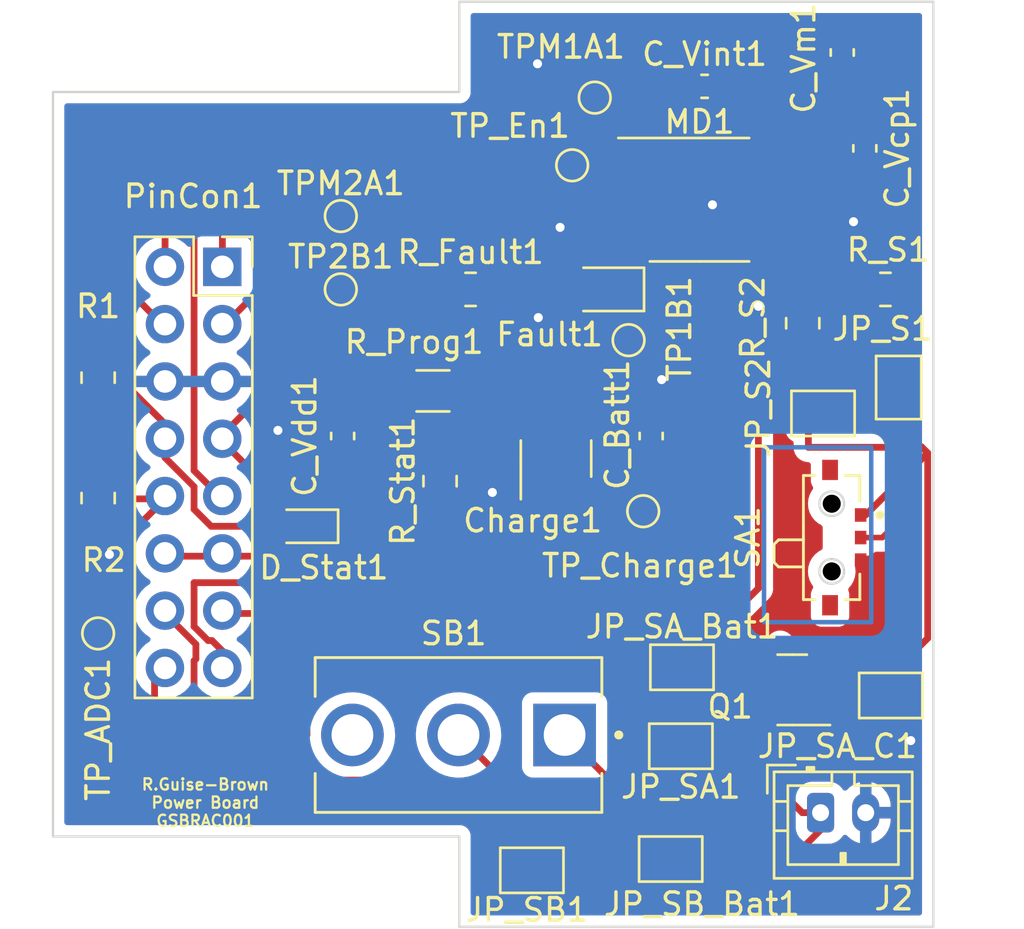
<source format=kicad_pcb>
(kicad_pcb (version 20211014) (generator pcbnew)
  (layers (0 "F.Cu" signal) (31 "B.Cu" signal) (34 "B.Paste" user) (35 "F.Paste" user) (36 "B.SilkS" user "B.Silkscreen") (37 "F.SilkS" user "F.Silkscreen") (38 "B.Mask" user) (39 "F.Mask" user) (44 "Edge.Cuts" user))
  (net 0 "")
  (net 1 "BATT_1")
  (net 2 "GND")
  (net 3 "Net-(C_Vcp1-Pad2)")
  (net 4 "5V_1")
  (net 5 "Net-(C_Vint1-Pad2)")
  (net 6 "VM")
  (net 7 "Net-(D_Stat1-Pad1)")
  (net 8 "Net-(Fault1-Pad2)")
  (net 9 "/S")
  (net 10 "Net-(J2-Pad1)")
  (net 11 "Net-(JP_S1-Pad1)")
  (net 12 "Motor2_A")
  (net 13 "PC6-9 PWM1")
  (net 14 "Motor2_B")
  (net 15 "PC6-9 PWM2")
  (net 16 "Reserve")
  (net 17 "BATT_ADC")
  (net 18 "Motor1_A")
  (net 19 "PC6-9 PWM3")
  (net 20 "Motor1_B")
  (net 21 "PC6-9 PWM4")
  (net 22 "/G")
  (net 23 "Net-(MD1-Pad8)")
  (net 24 "Net-(Charge1-Pad1)")
  (net 25 "Net-(Charge1-Pad5)")
  (net 26 "Net-(JP_S1-Pad2)")
  (net 27 "Net-(JP_S2-Pad2)")
  (net 28 "/D")
  (net 29 "Net-(JP_SB1-Pad2)")
  (net 30 "Net-(JP_SB_Bat1-Pad2)")
  (footprint "LED_SMD:LED_0805_2012Metric" (layer "F.Cu") (at 110.5 75.25 180)
    (fp_text reference "Fault1" (at 2.5 -2) (layer "F.SilkS"))
    (fp_text value "LED_Green")
    (pad "1" smd roundrect (at -0.9375 0 180) (size 0.975 1.4) (layers "F.Cu" "F.Paste" "F.Mask") (net 2 "GND"))
    (pad "2" smd roundrect (at 0.9375 0 180) (size 0.975 1.4) (layers "F.Cu" "F.Paste" "F.Mask") (net 8 "Net-(Fault1-Pad2)"))
  )
  (footprint "Capacitor_SMD:C_0603_1608Metric" (layer "F.Cu") (at 120.965 64.75 90)
    (fp_text reference "C_Vm1" (at -0.25 -1.715 90) (layer "F.SilkS"))
    (fp_text value "10uF")
    (pad "1" smd roundrect (at -0.775 0 90) (size 0.9 0.95) (layers "F.Cu" "F.Paste" "F.Mask") (net 6 "VM"))
    (pad "2" smd roundrect (at 0.775 0 90) (size 0.9 0.95) (layers "F.Cu" "F.Paste" "F.Mask") (net 2 "GND"))
  )
  (footprint "LED_SMD:LED_0603_1608Metric" (layer "F.Cu") (at 97.147141 85.75 180)
    (fp_text reference "D_Stat1" (at -0.852859 -1.8325) (layer "F.SilkS"))
    (fp_text value "LED_Red")
    (pad "1" smd roundrect (at -0.7875 0 180) (size 0.875 0.95) (layers "F.Cu" "F.Paste" "F.Mask") (net 7 "Net-(D_Stat1-Pad1)"))
    (pad "2" smd roundrect (at 0.7875 0 180) (size 0.875 0.95) (layers "F.Cu" "F.Paste" "F.Mask") (net 4 "5V_1"))
  )
  (footprint "Resistor_SMD:R_0805_2012Metric" (layer "F.Cu") (at 119.215 76.75 90)
    (fp_text reference "R_S2" (at 0.25 -2.215 270) (layer "F.SilkS"))
    (fp_text value "100R")
    (pad "1" smd roundrect (at -0.9125 0 90) (size 1.025 1.4) (layers "F.Cu" "F.Paste" "F.Mask") (roundrect_rratio 0.243902439) (net 2 "GND"))
    (pad "2" smd roundrect (at 0.9125 0 90) (size 1.025 1.4) (layers "F.Cu" "F.Paste" "F.Mask") (roundrect_rratio 0.243902439) (net 27 "Net-(JP_S2-Pad2)"))
  )
  (footprint "Resistor_SMD:R_1206_3216Metric" (layer "F.Cu") (at 102.832859 79.75 180)
    (fp_text reference "R_Prog1" (at 0.832859 2.1675) (layer "F.SilkS"))
    (fp_text value "2k")
    (pad "1" smd roundrect (at -1.4625 0 180) (size 1.125 1.75) (layers "F.Cu" "F.Paste" "F.Mask") (roundrect_rratio 0.2222222222) (net 25 "Net-(Charge1-Pad5)"))
    (pad "2" smd roundrect (at 1.4625 0 180) (size 1.125 1.75) (layers "F.Cu" "F.Paste" "F.Mask") (roundrect_rratio 0.2222222222) (net 2 "GND"))
  )
  (footprint "Resistor_SMD:R_0805_2012Metric" (layer "F.Cu") (at 104.5 75.25)
    (fp_text reference "R_Fault1" (at 0 -1.65) (layer "F.SilkS"))
    (fp_text value "100R")
    (pad "1" smd roundrect (at -0.9125 0) (size 1.025 1.4) (layers "F.Cu" "F.Paste" "F.Mask") (roundrect_rratio 0.243902439) (net 23 "Net-(MD1-Pad8)"))
    (pad "2" smd roundrect (at 0.9125 0) (size 1.025 1.4) (layers "F.Cu" "F.Paste" "F.Mask") (roundrect_rratio 0.243902439) (net 8 "Net-(Fault1-Pad2)"))
  )
  (footprint "Package_TO_SOT_SMD:SOT-23" (layer "F.Cu") (at 118.75 93 180)
    (fp_text reference "Q1" (at 2.75 -0.75) (layer "F.SilkS"))
    (fp_text value "Si2319CDS")
    (pad "1" smd roundrect (at -0.9375 -0.95 180) (size 1.475 0.6) (layers "F.Cu" "F.Paste" "F.Mask") (net 22 "/G"))
    (pad "2" smd roundrect (at -0.9375 0.95 180) (size 1.475 0.6) (layers "F.Cu" "F.Paste" "F.Mask") (net 9 "/S"))
    (pad "3" smd roundrect (at 0.9375 0 180) (size 1.475 0.6) (layers "F.Cu" "F.Paste" "F.Mask") (net 28 "/D"))
  )
  (footprint "Connector_PinSocket_2.54mm:PinSocket_2x08_P2.54mm_Vertical" (layer "F.Cu") (at 93.5 74.25)
    (fp_text reference "PinCon1" (at -1.29 -3.125) (layer "F.SilkS"))
    (fp_text value "Conn_02x08_Odd_Even")
    (pad "1" thru_hole rect (at 0 0) (size 1.7 1.7) (drill 1) (layers *.Cu *.Mask) (net 12 "Motor2_A"))
    (pad "2" thru_hole oval (at -2.54 0) (size 1.7 1.7) (drill 1) (layers *.Cu *.Mask) (net 13 "PC6-9 PWM1"))
    (pad "3" thru_hole oval (at 0 2.54) (size 1.7 1.7) (drill 1) (layers *.Cu *.Mask) (net 14 "Motor2_B"))
    (pad "4" thru_hole oval (at -2.54 2.54) (size 1.7 1.7) (drill 1) (layers *.Cu *.Mask) (net 15 "PC6-9 PWM2"))
    (pad "5" thru_hole oval (at 0 5.08) (size 1.7 1.7) (drill 1) (layers *.Cu *.Mask) (net 2 "GND"))
    (pad "6" thru_hole oval (at -2.54 5.08) (size 1.7 1.7) (drill 1) (layers *.Cu *.Mask) (net 2 "GND"))
    (pad "7" thru_hole oval (at 0 7.62) (size 1.7 1.7) (drill 1) (layers *.Cu *.Mask) (net 1 "BATT_1"))
    (pad "8" thru_hole oval (at -2.54 7.62) (size 1.7 1.7) (drill 1) (layers *.Cu *.Mask) (net 1 "BATT_1"))
    (pad "9" thru_hole oval (at 0 10.16) (size 1.7 1.7) (drill 1) (layers *.Cu *.Mask) (net 16 "Reserve"))
    (pad "10" thru_hole oval (at -2.54 10.16) (size 1.7 1.7) (drill 1) (layers *.Cu *.Mask) (net 17 "BATT_ADC"))
    (pad "11" thru_hole oval (at 0 12.7) (size 1.7 1.7) (drill 1) (layers *.Cu *.Mask) (net 4 "5V_1"))
    (pad "12" thru_hole oval (at -2.54 12.7) (size 1.7 1.7) (drill 1) (layers *.Cu *.Mask) (net 4 "5V_1"))
    (pad "13" thru_hole oval (at 0 15.24) (size 1.7 1.7) (drill 1) (layers *.Cu *.Mask) (net 18 "Motor1_A"))
    (pad "14" thru_hole oval (at -2.54 15.24) (size 1.7 1.7) (drill 1) (layers *.Cu *.Mask) (net 19 "PC6-9 PWM3"))
    (pad "15" thru_hole oval (at 0 17.78) (size 1.7 1.7) (drill 1) (layers *.Cu *.Mask) (net 20 "Motor1_B"))
    (pad "16" thru_hole oval (at -2.54 17.78) (size 1.7 1.7) (drill 1) (layers *.Cu *.Mask) (net 21 "PC6-9 PWM4"))
  )
  (footprint "Jumper:SolderJumper-2_P1.3mm_Open_Pad1.0x1.5mm" (layer "F.Cu") (at 123.115 93.25 180)
    (fp_text reference "JP_SA_C1" (at 2.365 -2.25) (layer "F.SilkS"))
    (fp_text value "Jumper_2_Open")
    (pad "1" smd rect (at -0.65 0 180) (size 1 1.5) (layers "F.Cu" "F.Mask") (net 11 "Net-(JP_S1-Pad1)"))
    (pad "2" smd rect (at 0.65 0 180) (size 1 1.5) (layers "F.Cu" "F.Mask") (net 9 "/S"))
  )
  (footprint "Connector_JST:JST_PH_B2B-PH-K_1x02_P2.00mm_Vertical" (layer "F.Cu") (at 120.005 98.445)
    (fp_text reference "J2" (at 3.245 3.805) (layer "F.SilkS"))
    (fp_text value "Conn_01x02")
    (pad "1" thru_hole roundrect (at 0 0) (size 1.2 1.75) (drill 0.75) (layers *.Cu *.Mask) (roundrect_rratio 0.2083333333) (net 10 "Net-(J2-Pad1)"))
    (pad "2" thru_hole oval (at 2 0) (size 1.2 1.75) (drill 0.75) (layers *.Cu *.Mask) (net 2 "GND"))
  )
  (footprint "Resistor_SMD:R_0805_2012Metric" (layer "F.Cu") (at 122.8775 75.25 180)
    (fp_text reference "R_S1" (at -0.1225 1.75) (layer "F.SilkS"))
    (fp_text value "1.2kR")
    (pad "1" smd roundrect (at -0.9125 0 180) (size 1.025 1.4) (layers "F.Cu" "F.Paste" "F.Mask") (roundrect_rratio 0.243902439) (net 26 "Net-(JP_S1-Pad2)"))
    (pad "2" smd roundrect (at 0.9125 0 180) (size 1.025 1.4) (layers "F.Cu" "F.Paste" "F.Mask") (roundrect_rratio 0.243902439) (net 2 "GND"))
  )
  (footprint "Jumper:SolderJumper-2_P1.3mm_Open_Pad1.0x1.5mm" (layer "F.Cu") (at 113.815 95.5 180)
    (fp_text reference "JP_SA1" (at 0 -1.8) (layer "F.SilkS"))
    (fp_text value "Jumper_2_Open")
    (pad "1" smd rect (at -0.65 0 180) (size 1 1.5) (layers "F.Cu" "F.Mask") (net 10 "Net-(J2-Pad1)"))
    (pad "2" smd rect (at 0.65 0 180) (size 1 1.5) (layers "F.Cu" "F.Mask") (net 9 "/S"))
  )
  (footprint "TestPoint:TestPoint_Pad_D1.0mm" (layer "F.Cu") (at 109 69.75)
    (fp_text reference "TP_En1" (at -2.75 -1.745) (layer "F.SilkS"))
    (fp_text value "TestPoint")
    (pad "1" smd circle (at 0 0) (size 1 1) (layers "F.Cu" "F.Mask") (net 16 "Reserve"))
  )
  (footprint "Jumper:SolderJumper-2_P1.3mm_Open_Pad1.0x1.5mm" (layer "F.Cu") (at 123.465 79.6 90)
    (fp_text reference "JP_S1" (at 2.6 -0.715 180) (layer "F.SilkS"))
    (fp_text value "Jumper_2_Open")
    (pad "1" smd rect (at -0.65 0 90) (size 1 1.5) (layers "F.Cu" "F.Mask") (net 11 "Net-(JP_S1-Pad1)"))
    (pad "2" smd rect (at 0.65 0 90) (size 1 1.5) (layers "F.Cu" "F.Mask") (net 26 "Net-(JP_S1-Pad2)"))
  )
  (footprint "Jumper:SolderJumper-2_P1.3mm_Open_Pad1.0x1.5mm" (layer "F.Cu") (at 113.865 92)
    (fp_text reference "JP_SA_Bat1" (at 0 -1.8) (layer "F.SilkS"))
    (fp_text value "Jumper_2_Open")
    (pad "1" smd rect (at -0.65 0) (size 1 1.5) (layers "F.Cu" "F.Mask") (net 28 "/D"))
    (pad "2" smd rect (at 0.65 0) (size 1 1.5) (layers "F.Cu" "F.Mask") (net 1 "BATT_1"))
  )
  (footprint "TestPoint:TestPoint_Pad_D1.0mm" (layer "F.Cu") (at 110 66.75)
    (fp_text reference "TPM1A1" (at -1.5 -2.25) (layer "F.SilkS"))
    (fp_text value "TestPoint")
    (pad "1" smd circle (at 0 0) (size 1 1) (layers "F.Cu" "F.Mask") (net 18 "Motor1_A"))
  )
  (footprint "TestPoint:TestPoint_Pad_D1.0mm" (layer "F.Cu") (at 98.75 72)
    (fp_text reference "TPM2A1" (at 0 -1.448) (layer "F.SilkS"))
    (fp_text value "TestPoint")
    (pad "1" smd circle (at 0 0) (size 1 1) (layers "F.Cu" "F.Mask") (net 12 "Motor2_A"))
  )
  (footprint "Resistor_SMD:R_0805_2012Metric" (layer "F.Cu") (at 88 79.1625 -90)
    (fp_text reference "R1" (at -3.1625 0 180) (layer "F.SilkS"))
    (fp_text value "1.2kR")
    (pad "1" smd roundrect (at -0.9125 0 270) (size 1.025 1.4) (layers "F.Cu" "F.Paste" "F.Mask") (roundrect_rratio 0.243902439) (net 1 "BATT_1"))
    (pad "2" smd roundrect (at 0.9125 0 270) (size 1.025 1.4) (layers "F.Cu" "F.Paste" "F.Mask") (roundrect_rratio 0.243902439) (net 17 "BATT_ADC"))
  )
  (footprint "Resistor_SMD:R_0805_2012Metric" (layer "F.Cu") (at 103.147141 83.75 90)
    (fp_text reference "R_Stat1" (at 0 -1.65 90) (layer "F.SilkS"))
    (fp_text value "470R")
    (pad "1" smd roundrect (at -0.9125 0 90) (size 1.025 1.4) (layers "F.Cu" "F.Paste" "F.Mask") (roundrect_rratio 0.243902439) (net 7 "Net-(D_Stat1-Pad1)"))
    (pad "2" smd roundrect (at 0.9125 0 90) (size 1.025 1.4) (layers "F.Cu" "F.Paste" "F.Mask") (roundrect_rratio 0.243902439) (net 24 "Net-(Charge1-Pad1)"))
  )
  (footprint "TestPoint:TestPoint_Pad_D1.0mm" (layer "F.Cu") (at 112.147141 85.0825)
    (fp_text reference "TP_Charge1" (at -0.147141 2.4175) (layer "F.SilkS"))
    (fp_text value "TestPoint")
    (pad "1" smd circle (at 0 0) (size 1 1) (layers "F.Cu" "F.Mask") (net 1 "BATT_1"))
  )
  (footprint "Capacitor_SMD:C_0603_1608Metric" (layer "F.Cu") (at 121.965 69 -90)
    (fp_text reference "C_Vcp1" (at 0 -1.43 90) (layer "F.SilkS"))
    (fp_text value "10nF")
    (pad "1" smd roundrect (at -0.775 0 270) (size 0.9 0.95) (layers "F.Cu" "F.Paste" "F.Mask") (net 2 "GND"))
    (pad "2" smd roundrect (at 0.775 0 270) (size 0.9 0.95) (layers "F.Cu" "F.Paste" "F.Mask") (net 3 "Net-(C_Vcp1-Pad2)"))
  )
  (footprint "Jumper:SolderJumper-2_P1.3mm_Open_Pad1.0x1.5mm" (layer "F.Cu") (at 113.365 100.5 180)
    (fp_text reference "JP_SB_Bat1" (at -1.385 -2) (layer "F.SilkS"))
    (fp_text value "Jumper_2_Open")
    (pad "1" smd rect (at -0.65 0 180) (size 1 1.5) (layers "F.Cu" "F.Mask") (net 1 "BATT_1"))
    (pad "2" smd rect (at 0.65 0 180) (size 1 1.5) (layers "F.Cu" "F.Mask") (net 30 "Net-(JP_SB_Bat1-Pad2)"))
  )
  (footprint "Resistor_SMD:R_0805_2012Metric" (layer "F.Cu") (at 88 84.5 -90)
    (fp_text reference "R2" (at 2.75 -0.25 180) (layer "F.SilkS"))
    (fp_text value "3.0kR")
    (pad "1" smd roundrect (at -0.9125 0 270) (size 1.025 1.4) (layers "F.Cu" "F.Paste" "F.Mask") (roundrect_rratio 0.243902439) (net 17 "BATT_ADC"))
    (pad "2" smd roundrect (at 0.9125 0 270) (size 1.025 1.4) (layers "F.Cu" "F.Paste" "F.Mask") (roundrect_rratio 0.243902439) (net 2 "GND"))
  )
  (footprint "SSAJ110100:SW_SSAJ110100" (layer "F.Cu") (at 120.5 86.25 -90)
    (fp_text reference "SA1" (at 0 3.715 90) (layer "F.SilkS"))
    (fp_text value "SSAJ110100")
    (pad "" np_thru_hole circle (at -1.5 0 270) (size 0.8 0.8) (drill 0.8) (layers *.Mask))
    (pad "" np_thru_hole circle locked (at 1.5 0 270) (size 0.8 0.8) (drill 0.8) (layers *.Mask))
    (pad "1" smd rect locked (at -1 -1.28 270) (size 0.6 0.51) (layers "F.Cu" "F.Paste" "F.Mask") (net 11 "Net-(JP_S1-Pad1)"))
    (pad "2" smd rect locked (at 1 -1.28 270) (size 0.6 0.51) (layers "F.Cu" "F.Paste" "F.Mask") (net 2 "GND"))
    (pad "C" smd rect locked (at 0 -1.28 270) (size 0.6 0.51) (layers "F.Cu" "F.Paste" "F.Mask") (net 22 "/G"))
    (pad "S1" smd rect locked (at 3 0.075 270) (size 0.9 0.7) (layers "F.Cu" "F.Paste" "F.Mask"))
    (pad "S2" smd rect locked (at -3 0.075 270) (size 0.9 0.7) (layers "F.Cu" "F.Paste" "F.Mask"))
    (zone (net 0) (net_name "") (layer "F.Cu") (connect_pads (clearance 0)) (min_thickness 0.01)
      (keepout (tracks not_allowed) (vias not_allowed) (pads not_allowed) (copperpour not_allowed) (footprints allowed))
      (fill (thermal_gap 0.508) (thermal_bridge_width 0.508))
      (polygon (pts (xy 121.525 84.79745) (xy 121.525 87.8) (xy 120.1 87.8) (xy 120.1 84.79745)))
    )
  )
  (footprint "TestPoint:TestPoint_Pad_D1.0mm" (layer "F.Cu") (at 111.5 77.5)
    (fp_text reference "TP1B1" (at 2.25 -0.5 90) (layer "F.SilkS"))
    (fp_text value "TestPoint")
    (pad "1" smd circle (at 0 0) (size 1 1) (layers "F.Cu" "F.Mask") (net 20 "Motor1_B"))
  )
  (footprint "Package_TO_SOT_SMD:SOT-23-5" (layer "F.Cu") (at 108.284641 82.75 90)
    (fp_text reference "Charge1" (at -2.75 -1.034641 180) (layer "F.SilkS"))
    (fp_text value "MCP73831-2-OT")
    (pad "1" smd roundrect (at -1.1375 -0.95 90) (size 1.325 0.6) (layers "F.Cu" "F.Paste" "F.Mask") (net 24 "Net-(Charge1-Pad1)"))
    (pad "2" smd roundrect (at -1.1375 0 90) (size 1.325 0.6) (layers "F.Cu" "F.Paste" "F.Mask") (net 2 "GND"))
    (pad "3" smd roundrect (at -1.1375 0.95 90) (size 1.325 0.6) (layers "F.Cu" "F.Paste" "F.Mask") (net 1 "BATT_1"))
    (pad "4" smd roundrect (at 1.1375 0.95 90) (size 1.325 0.6) (layers "F.Cu" "F.Paste" "F.Mask") (net 4 "5V_1"))
    (pad "5" smd roundrect (at 1.1375 -0.95 90) (size 1.325 0.6) (layers "F.Cu" "F.Paste" "F.Mask") (net 25 "Net-(Charge1-Pad5)"))
  )
  (footprint "Package_SO:TSSOP-16_4.4x5mm_P0.65mm" (layer "F.Cu") (at 114.6425 71.275)
    (fp_text reference "MD1" (at 0 -3.45) (layer "F.SilkS"))
    (fp_text value "DRV8833PW")
    (pad "1" smd roundrect (at -2.8625 -2.275) (size 1.475 0.4) (layers "F.Cu" "F.Paste" "F.Mask") (net 16 "Reserve"))
    (pad "2" smd roundrect (at -2.8625 -1.625) (size 1.475 0.4) (layers "F.Cu" "F.Paste" "F.Mask") (net 18 "Motor1_A"))
    (pad "3" smd roundrect (at -2.8625 -0.975) (size 1.475 0.4) (layers "F.Cu" "F.Paste" "F.Mask") (net 2 "GND"))
    (pad "4" smd roundrect (at -2.8625 -0.325) (size 1.475 0.4) (layers "F.Cu" "F.Paste" "F.Mask") (net 12 "Motor2_A"))
    (pad "5" smd roundrect (at -2.8625 0.325) (size 1.475 0.4) (layers "F.Cu" "F.Paste" "F.Mask") (net 14 "Motor2_B"))
    (pad "6" smd roundrect (at -2.8625 0.975) (size 1.475 0.4) (layers "F.Cu" "F.Paste" "F.Mask") (net 2 "GND"))
    (pad "7" smd roundrect (at -2.8625 1.625) (size 1.475 0.4) (layers "F.Cu" "F.Paste" "F.Mask") (net 20 "Motor1_B"))
    (pad "8" smd roundrect (at -2.8625 2.275) (size 1.475 0.4) (layers "F.Cu" "F.Paste" "F.Mask") (net 23 "Net-(MD1-Pad8)"))
    (pad "9" smd roundrect (at 2.8625 2.275) (size 1.475 0.4) (layers "F.Cu" "F.Paste" "F.Mask") (net 19 "PC6-9 PWM3"))
    (pad "10" smd roundrect (at 2.8625 1.625) (size 1.475 0.4) (layers "F.Cu" "F.Paste" "F.Mask") (net 21 "PC6-9 PWM4"))
    (pad "11" smd roundrect (at 2.8625 0.975) (size 1.475 0.4) (layers "F.Cu" "F.Paste" "F.Mask") (net 3 "Net-(C_Vcp1-Pad2)"))
    (pad "12" smd roundrect (at 2.8625 0.325) (size 1.475 0.4) (layers "F.Cu" "F.Paste" "F.Mask") (net 6 "VM"))
    (pad "13" smd roundrect (at 2.8625 -0.325) (size 1.475 0.4) (layers "F.Cu" "F.Paste" "F.Mask") (net 2 "GND"))
    (pad "14" smd roundrect (at 2.8625 -0.975) (size 1.475 0.4) (layers "F.Cu" "F.Paste" "F.Mask") (net 5 "Net-(C_Vint1-Pad2)"))
    (pad "15" smd roundrect (at 2.8625 -1.625) (size 1.475 0.4) (layers "F.Cu" "F.Paste" "F.Mask") (net 15 "PC6-9 PWM2"))
    (pad "16" smd roundrect (at 2.8625 -2.275) (size 1.475 0.4) (layers "F.Cu" "F.Paste" "F.Mask") (net 13 "PC6-9 PWM1"))
  )
  (footprint "Capacitor_SMD:C_0603_1608Metric" (layer "F.Cu") (at 112.5 81.75 90)
    (fp_text reference "C_Batt1" (at 0.5 -1.5 90) (layer "F.SilkS"))
    (fp_text value "4.7uF")
    (pad "1" smd roundrect (at -0.775 0 90) (size 0.9 0.95) (layers "F.Cu" "F.Paste" "F.Mask") (net 1 "BATT_1"))
    (pad "2" smd roundrect (at 0.775 0 90) (size 0.9 0.95) (layers "F.Cu" "F.Paste" "F.Mask") (net 2 "GND"))
  )
  (footprint "Jumper:SolderJumper-2_P1.3mm_Open_Pad1.0x1.5mm" (layer "F.Cu") (at 107.215 101 180)
    (fp_text reference "JP_SB1" (at 0.215 -1.75) (layer "F.SilkS"))
    (fp_text value "Jumper_2_Open")
    (pad "1" smd rect (at -0.65 0 180) (size 1 1.5) (layers "F.Cu" "F.Mask") (net 10 "Net-(J2-Pad1)"))
    (pad "2" smd rect (at 0.65 0 180) (size 1 1.5) (layers "F.Cu" "F.Mask") (net 29 "Net-(JP_SB1-Pad2)"))
  )
  (footprint "100SP1T1B1M2QEH:SW_100SP1T1B1M2QEH" (layer "F.Cu") (at 103.965 95 180)
    (fp_text reference "SB1" (at 0.215 4.5) (layer "F.SilkS"))
    (fp_text value "100SP1T1B1M2QEH")
    (pad "1" thru_hole rect locked (at -4.7 0 180) (size 2.775 2.775) (drill 1.85) (layers *.Cu *.Mask) (net 30 "Net-(JP_SB_Bat1-Pad2)"))
    (pad "2" thru_hole circle locked (at 0 0 180) (size 2.775 2.775) (drill 1.85) (layers *.Cu *.Mask) (net 29 "Net-(JP_SB1-Pad2)"))
    (pad "3" thru_hole circle locked (at 4.7 0 180) (size 2.775 2.775) (drill 1.85) (layers *.Cu *.Mask))
  )
  (footprint "TestPoint:TestPoint_Pad_D1.0mm" (layer "F.Cu") (at 88 90.5)
    (fp_text reference "TP_ADC1" (at 0 4.25 90) (layer "F.SilkS"))
    (fp_text value "TestPoint")
    (pad "1" smd circle (at 0 0) (size 1 1) (layers "F.Cu" "F.Mask") (net 17 "BATT_ADC"))
  )
  (footprint "TestPoint:TestPoint_Pad_D1.0mm" (layer "F.Cu") (at 98.75 75.25)
    (fp_text reference "TP2B1" (at 0 -1.448) (layer "F.SilkS"))
    (fp_text value "TestPoint")
    (pad "1" smd circle (at 0 0) (size 1 1) (layers "F.Cu" "F.Mask") (net 14 "Motor2_B"))
  )
  (footprint "Capacitor_SMD:C_0603_1608Metric" (layer "F.Cu") (at 114.8675 66.25)
    (fp_text reference "C_Vint1" (at 0 -1.43) (layer "F.SilkS"))
    (fp_text value "2.2uF")
    (pad "1" smd roundrect (at -0.775 0) (size 0.9 0.95) (layers "F.Cu" "F.Paste" "F.Mask") (net 2 "GND"))
    (pad "2" smd roundrect (at 0.775 0) (size 0.9 0.95) (layers "F.Cu" "F.Paste" "F.Mask") (net 5 "Net-(C_Vint1-Pad2)"))
  )
  (footprint "Jumper:SolderJumper-2_P1.3mm_Open_Pad1.0x1.5mm" (layer "F.Cu") (at 120.115 80.75)
    (fp_text reference "JP_S2" (at -2.865 -0.25 90) (layer "F.SilkS"))
    (fp_text value "Jumper_2_Open")
    (pad "1" smd rect (at -0.65 0) (size 1 1.5) (layers "F.Cu" "F.Mask") (net 11 "Net-(JP_S1-Pad1)"))
    (pad "2" smd rect (at 0.65 0) (size 1 1.5) (layers "F.Cu" "F.Mask") (net 27 "Net-(JP_S2-Pad2)"))
  )
  (footprint "Capacitor_SMD:C_0603_1608Metric" (layer "F.Cu") (at 98.832859 81.75 90)
    (fp_text reference "C_Vdd1" (at 0 -1.685718 90) (layer "F.SilkS"))
    (fp_text value "4.7uF")
    (pad "1" smd roundrect (at -0.775 0 90) (size 0.9 0.95) (layers "F.Cu" "F.Paste" "F.Mask") (net 4 "5V_1"))
    (pad "2" smd roundrect (at 0.775 0 90) (size 0.9 0.95) (layers "F.Cu" "F.Paste" "F.Mask") (net 2 "GND"))
  )
  (gr_rect (start 117.5 82.25) (end 122.25 90) (layer "B.Cu") (width 0.2) (fill none))
  (gr_line (start 86 66.5) (end 104 66.5) (layer "Edge.Cuts") (width 0.1))
  (gr_line (start 125 103.5) (end 125 62.5) (layer "Edge.Cuts") (width 0.1))
  (gr_circle (center 120.5 84.75) (end 121.05 84.75) (layer "Edge.Cuts") (width 0.1) (fill none))
  (gr_line (start 86 99.5) (end 104 99.5) (layer "Edge.Cuts") (width 0.1))
  (gr_circle (center 120.5 87.75) (end 121.05 87.75) (layer "Edge.Cuts") (width 0.1) (fill none))
  (gr_line (start 104 99.5) (end 104 103.5) (layer "Edge.Cuts") (width 0.1))
  (gr_line (start 104 103.5) (end 125 103.5) (layer "Edge.Cuts") (width 0.1))
  (gr_line (start 104 66.5) (end 104 62.5) (layer "Edge.Cuts") (width 0.1))
  (gr_line (start 86 99.5) (end 86 66.5) (layer "Edge.Cuts") (width 0.1))
  (gr_line (start 104 62.5) (end 125 62.5) (layer "Edge.Cuts") (width 0.1))
  (gr_text "R.Guise-Brown\nPower Board\nGSBRAC001" (at 92.75 98) (layer "F.SilkS") (effects (font (size 0.5 0.5) (thickness 0.1))))
  (segment (start 90.965 81.995) (end 90.965 82.71) (width 0.3) (layer "F.Cu") (net 1))
  (segment (start 110.775 82.525) (end 110.172621 81.922621) (width 0.3) (layer "F.Cu") (net 1))
  (segment (start 110.172621 78.25) (end 96.955027 78.25) (width 0.3) (layer "F.Cu") (net 1))
  (segment (start 101.5 93) (end 101.5 97) (width 0.3) (layer "F.Cu") (net 1))
  (segment (start 114.015 99.05) (end 111.215 96.25) (width 0.3) (layer "F.Cu") (net 1))
  (segment (start 92.25 84.995) (end 93.005 85.75) (width 0.3) (layer "F.Cu") (net 1))
  (segment (start 112.147141 85.0825) (end 112.147141 82.877859) (width 0.3) (layer "F.Cu") (net 1))
  (segment (start 101.5 97) (end 96.5 97) (width 0.3) (layer "F.Cu") (net 1))
  (segment (start 95.505 83.995) (end 93.505 81.995) (width 0.3) (layer "F.Cu") (net 1))
  (segment (start 93.505 81.700027) (end 93.505 81.995) (width 0.3) (layer "F.Cu") (net 1))
  (segment (start 96 96.5) (end 89.75 96.5) (width 0.3) (layer "F.Cu") (net 1))
  (segment (start 95.005 85.75) (end 95.505 85.25) (width 0.3) (layer "F.Cu") (net 1))
  (segment (start 92.25 83.995) (end 92.25 84.995) (width 0.3) (layer "F.Cu") (net 1))
  (segment (start 110.172621 81.922621) (end 110.172621 78.25) (width 0.3) (layer "F.Cu") (net 1))
  (segment (start 90.965 81.215) (end 90.965 81.995) (width 0.3) (layer "F.Cu") (net 1))
  (segment (start 112.147141 82.877859) (end 112.5 82.525) (width 0.3) (layer "F.Cu") (net 1))
  (segment (start 111.215 92.465) (end 102.035 92.465) (width 0.3) (layer "F.Cu") (net 1))
  (segment (start 95.505 85.25) (end 95.505 83.995) (width 0.3) (layer "F.Cu") (net 1))
  (segment (start 86.75 93.5) (end 86.75 79.5) (width 0.3) (layer "F.Cu") (net 1))
  (segment (start 109.234641 83.8875) (end 110.429641 85.0825) (width 0.3) (layer "F.Cu") (net 1))
  (segment (start 89.75 96.5) (end 86.75 93.5) (width 0.3) (layer "F.Cu") (net 1))
  (segment (start 96.955027 78.25) (end 93.505 81.700027) (width 0.3) (layer "F.Cu") (net 1))
  (segment (start 96.5 97) (end 96 96.5) (width 0.3) (layer "F.Cu") (net 1))
  (segment (start 88 78.25) (end 90.965 81.215) (width 0.3) (layer "F.Cu") (net 1))
  (segment (start 86.75 79.5) (end 88 78.25) (width 0.3) (layer "F.Cu") (net 1))
  (segment (start 113.965 90.5) (end 114.515 91.05) (width 0.3) (layer "F.Cu") (net 1))
  (segment (start 111.215 92.465) (end 111.215 91.25) (width 0.3) (layer "F.Cu") (net 1))
  (segment (start 114.515 91.05) (end 114.515 92) (width 0.3) (layer "F.Cu") (net 1))
  (segment (start 110.429641 85.0825) (end 112.147141 85.0825) (width 0.3) (layer "F.Cu") (net 1))
  (segment (start 111.965 90.5) (end 113.965 90.5) (width 0.3) (layer "F.Cu") (net 1))
  (segment (start 90.965 82.71) (end 92.25 83.995) (width 0.3) (layer "F.Cu") (net 1))
  (segment (start 111.215 91.25) (end 111.965 90.5) (width 0.3) (layer "F.Cu") (net 1))
  (segment (start 111.215 96.25) (end 111.215 92.465) (width 0.3) (layer "F.Cu") (net 1))
  (segment (start 112.5 82.525) (end 110.775 82.525) (width 0.3) (layer "F.Cu") (net 1))
  (segment (start 102.035 92.465) (end 101.5 93) (width 0.3) (layer "F.Cu") (net 1))
  (segment (start 114.015 100.5) (end 114.015 99.05) (width 0.3) (layer "F.Cu") (net 1))
  (segment (start 93.005 85.75) (end 95.005 85.75) (width 0.3) (layer "F.Cu") (net 1))
  (segment (start 108.715 72.25) (end 111.78 72.25) (width 0.3) (layer "F.Cu") (net 2))
  (segment (start 112.81 70.3) (end 113.505 70.995) (width 0.3) (layer "F.Cu") (net 2))
  (segment (start 88.5 87) (end 88.5 85.9125) (width 0.3) (layer "F.Cu") (net 2))
  (segment (start 113.505 71.463821) (end 112.718821 72.25) (width 0.3) (layer "F.Cu") (net 2))
  (segment (start 112.718821 72.25) (end 111.78 72.25) (width 0.3) (layer "F.Cu") (net 2))
  (segment (start 88.5 85.9125) (end 88 85.4125) (width 0.3) (layer "F.Cu") (net 2))
  (segment (start 115.765 70.95) (end 117.505 70.95) (width 0.3) (layer "F.Cu") (net 2))
  (segment (start 111.78 70.3) (end 112.81 70.3) (width 0.3) (layer "F.Cu") (net 2))
  (segment (start 108.465 72.5) (end 108.715 72.25) (width 0.3) (layer "F.Cu") (net 2))
  (segment (start 113.505 70.995) (end 113.505 71.463821) (width 0.3) (layer "F.Cu") (net 2))
  (segment (start 115.215 71.5) (end 115.765 70.95) (width 0.3) (layer "F.Cu") (net 2))
  (via (at 107.5 76.5) (size 0.8) (drill 0.4) (layers "F.Cu" "B.Cu") (net 2))
  (via (at 108.465 72.5) (size 0.8) (drill 0.4) (layers "F.Cu" "B.Cu") (net 2))
  (via (at 112.965 79.25) (size 0.8) (drill 0.4) (layers "F.Cu" "B.Cu") (net 2))
  (via (at 88.5 87) (size 0.8) (drill 0.4) (layers "F.Cu" "B.Cu") (net 2))
  (via (at 95.965 81.5) (size 0.8) (drill 0.4) (layers "F.Cu" "B.Cu") (net 2))
  (via (at 124 95.25) (size 0.8) (drill 0.4) (layers "F.Cu" "B.Cu") (net 2))
  (via (at 115.215 71.5) (size 0.8) (drill 0.4) (layers "F.Cu" "B.Cu") (net 2))
  (via (at 121.465 72.25) (size 0.8) (drill 0.4) (layers "F.Cu" "B.Cu") (net 2))
  (via (at 117.25 76) (size 0.8) (drill 0.4) (layers "F.Cu" "B.Cu") (net 2))
  (via (at 105.465 84.25) (size 0.8) (drill 0.4) (layers "F.Cu" "B.Cu") (net 2))
  (via (at 107.465 65.25) (size 0.8) (drill 0.4) (layers "F.Cu" "B.Cu") (net 2))
  (segment (start 117.505 72.25) (end 119.49 72.25) (width 0.3) (layer "F.Cu") (net 3))
  (segment (start 119.49 72.25) (end 121.965 69.775) (width 0.3) (layer "F.Cu") (net 3))
  (segment (start 93.505 87.075) (end 95.034641 87.075) (width 0.3) (layer "F.Cu") (net 4))
  (segment (start 107.971661 82.87548) (end 107.927734 82.87548) (width 0.3) (layer "F.Cu") (net 4))
  (segment (start 95.034641 87.075) (end 96.359641 85.75) (width 0.3) (layer "F.Cu") (net 4))
  (segment (start 107.927734 82.87548) (end 107.809641 82.993573) (width 0.3) (layer "F.Cu") (net 4))
  (segment (start 96.359641 85.75) (end 98.359641 83.75) (width 0.3) (layer "F.Cu") (net 4))
  (segment (start 100.832859 82.75) (end 99.057859 82.75) (width 0.3) (layer "F.Cu") (net 4))
  (segment (start 107.809641 82.993573) (end 107.691548 82.87548) (width 0.3) (layer "F.Cu") (net 4))
  (segment (start 106.968036 82.885177) (end 105.832859 81.75) (width 0.3) (layer "F.Cu") (net 4))
  (segment (start 90.965 87.075) (end 93.505 87.075) (width 0.3) (layer "F.Cu") (net 4))
  (segment (start 99.057859 82.75) (end 98.832859 82.525) (width 0.3) (layer "F.Cu") (net 4))
  (segment (start 109.234641 81.6125) (end 107.971661 82.87548) (width 0.3) (layer "F.Cu") (net 4))
  (segment (start 98.359641 83.75) (end 98.832859 83.75) (width 0.3) (layer "F.Cu") (net 4))
  (segment (start 101.832859 81.75) (end 100.832859 82.75) (width 0.3) (layer "F.Cu") (net 4))
  (segment (start 107.691548 82.87548) (end 106.977734 82.87548) (width 0.3) (layer "F.Cu") (net 4))
  (segment (start 105.832859 81.75) (end 101.832859 81.75) (width 0.3) (layer "F.Cu") (net 4))
  (segment (start 98.832859 83.75) (end 98.832859 82.525) (width 0.3) (layer "F.Cu") (net 4))
  (segment (start 106.977734 82.87548) (end 106.968036 82.885177) (width 0.3) (layer "F.Cu") (net 4))
  (segment (start 115.81 70.3) (end 115.505 69.995) (width 0.3) (layer "F.Cu") (net 5))
  (segment (start 117.505 70.3) (end 115.81 70.3) (width 0.3) (layer "F.Cu") (net 5))
  (segment (start 115.505 66.3875) (end 115.6425 66.25) (width 0.3) (layer "F.Cu") (net 5))
  (segment (start 115.505 69.995) (end 115.505 66.3875) (width 0.3) (layer "F.Cu") (net 5))
  (segment (start 118.9 71.6) (end 117.505 71.6) (width 0.3) (layer "F.Cu") (net 6))
  (segment (start 119.75 66.74) (end 119.75 70.75) (width 0.3) (layer "F.Cu") (net 6))
  (segment (start 119.75 70.75) (end 118.9 71.6) (width 0.3) (layer "F.Cu") (net 6))
  (segment (start 120.965 65.525) (end 119.75 66.74) (width 0.3) (layer "F.Cu") (net 6))
  (segment (start 103.147141 84.6625) (end 102.059641 85.75) (width 0.3) (layer "F.Cu") (net 7))
  (segment (start 102.059641 85.75) (end 97.934641 85.75) (width 0.3) (layer "F.Cu") (net 7))
  (segment (start 105.4125 75.25) (end 109.5625 75.25) (width 0.3) (layer "F.Cu") (net 8))
  (segment (start 113.215 94.25) (end 116 94.25) (width 0.3) (layer "F.Cu") (net 9))
  (segment (start 116 94.25) (end 117 95.25) (width 0.3) (layer "F.Cu") (net 9))
  (segment (start 117 95.25) (end 121.465 95.25) (width 0.3) (layer "F.Cu") (net 9))
  (segment (start 120.8875 93.25) (end 122.465 93.25) (width 0.3) (layer "F.Cu") (net 9))
  (segment (start 119.6875 92.05) (end 120.8875 93.25) (width 0.3) (layer "F.Cu") (net 9))
  (segment (start 113.165 95.5) (end 113.165 94.3) (width 0.3) (layer "F.Cu") (net 9))
  (segment (start 113.165 94.3) (end 113.215 94.25) (width 0.3) (layer "F.Cu") (net 9))
  (segment (start 122.465 94.25) (end 122.465 93.25) (width 0.3) (layer "F.Cu") (net 9))
  (segment (start 121.465 95.25) (end 122.465 94.25) (width 0.3) (layer "F.Cu") (net 9))
  (segment (start 116.25 95.5) (end 119.195 98.445) (width 0.3) (layer "F.Cu") (net 10))
  (segment (start 109.115 102.25) (end 116.965 102.25) (width 0.3) (layer "F.Cu") (net 10))
  (segment (start 119.195 98.445) (end 120.005 98.445) (width 0.3) (layer "F.Cu") (net 10))
  (segment (start 107.865 101) (end 109.115 102.25) (width 0.3) (layer "F.Cu") (net 10))
  (segment (start 120.005 99.21) (end 120.005 98.445) (width 0.3) (layer "F.Cu") (net 10))
  (segment (start 116.965 102.25) (end 120.005 99.21) (width 0.3) (layer "F.Cu") (net 10))
  (segment (start 114.465 95.5) (end 116.25 95.5) (width 0.3) (layer "F.Cu") (net 10))
  (segment (start 124.75 82.5) (end 124.75 90.715) (width 0.3) (layer "F.Cu") (net 11))
  (segment (start 124.75 90.715) (end 123.765 91.7) (width 0.3) (layer "F.Cu") (net 11))
  (segment (start 124.75 82.5) (end 124.47 82.22) (width 0.3) (layer "F.Cu") (net 11))
  (segment (start 122.965 82.25) (end 119.465 82.25) (width 0.3) (layer "F.Cu") (net 11))
  (segment (start 119.465 82.25) (end 119.465 80.75) (width 0.3) (layer "F.Cu") (net 11))
  (segment (start 124.47 82.22) (end 122.995 82.22) (width 0.3) (layer "F.Cu") (net 11))
  (segment (start 123.765 91.7) (end 123.765 93.25) (width 0.3) (layer "F.Cu") (net 11))
  (segment (start 122.995 82.22) (end 122.995 80.72) (width 0.3) (layer "F.Cu") (net 11))
  (segment (start 122.995 80.72) (end 123.465 80.25) (width 0.3) (layer "F.Cu") (net 11))
  (segment (start 122.995 82.22) (end 122.965 82.25) (width 0.3) (layer "F.Cu") (net 11))
  (segment (start 122 85.25) (end 124.75 82.5) (width 0.3) (layer "F.Cu") (net 11))
  (segment (start 121.78 85.25) (end 122 85.25) (width 0.3) (layer "F.Cu") (net 11))
  (segment (start 106.9675 70.95) (end 111.78 70.95) (width 0.3) (layer "F.Cu") (net 12))
  (segment (start 93.505 70.75) (end 98.75 70.75) (width 0.3) (layer "F.Cu") (net 12))
  (segment (start 98.75 70.75) (end 106.7675 70.75) (width 0.3) (layer "F.Cu") (net 12))
  (segment (start 106.7675 70.75) (end 106.9675 70.95) (width 0.3) (layer "F.Cu") (net 12))
  (segment (start 98.75 72) (end 98.75 70.75) (width 0.25) (layer "F.Cu") (net 12))
  (segment (start 93.505 74.375) (end 93.505 70.75) (width 0.3) (layer "F.Cu") (net 12))
  (segment (start 90.965 68.79) (end 91.005 68.75) (width 0.3) (layer "F.Cu") (net 13))
  (segment (start 117.6425 68.8625) (end 117.505 69) (width 0.3) (layer "F.Cu") (net 13))
  (segment (start 90.965 74.375) (end 90.965 68.79) (width 0.3) (layer "F.Cu") (net 13))
  (segment (start 106.505 67.495) (end 106.505 64.25) (width 0.3) (layer "F.Cu") (net 13))
  (segment (start 91.005 68.75) (end 105.25 68.75) (width 0.3) (layer "F.Cu") (net 13))
  (segment (start 105.25 68.75) (end 106.505 67.495) (width 0.3) (layer "F.Cu") (net 13))
  (segment (start 117.6425 64.25) (end 117.6425 68.8625) (width 0.3) (layer "F.Cu") (net 13))
  (segment (start 106.505 64.25) (end 117.6425 64.25) (width 0.3) (layer "F.Cu") (net 13))
  (segment (start 102.5 73.75) (end 104.65 71.6) (width 0.3) (layer "F.Cu") (net 14))
  (segment (start 104.65 71.6) (end 111.78 71.6) (width 0.3) (layer "F.Cu") (net 14))
  (segment (start 95.18 73.75) (end 98.75 73.75) (width 0.3) (layer "F.Cu") (net 14))
  (segment (start 93.505 76.915) (end 95.18 75.24) (width 0.3) (layer "F.Cu") (net 14))
  (segment (start 98.75 73.75) (end 102.5 73.75) (width 0.3) (layer "F.Cu") (net 14))
  (segment (start 98.75 75.25) (end 98.75 73.75) (width 0.25) (layer "F.Cu") (net 14))
  (segment (start 95.18 75.24) (end 95.18 73.75) (width 0.3) (layer "F.Cu") (net 14))
  (segment (start 105.505 63.25) (end 105.505 67.25) (width 0.3) (layer "F.Cu") (net 15))
  (segment (start 89.505 67.25) (end 89.505 75.455) (width 0.3) (layer "F.Cu") (net 15))
  (segment (start 117.348927 63.25) (end 105.505 63.25) (width 0.3) (layer "F.Cu") (net 15))
  (segment (start 117.505 69.65) (end 118.85 69.65) (width 0.3) (layer "F.Cu") (net 15))
  (segment (start 118.85 69.65) (end 119 69.5) (width 0.3) (layer "F.Cu") (net 15))
  (segment (start 119 69.5) (end 119 64.901073) (width 0.3) (layer "F.Cu") (net 15))
  (segment (start 89.505 75.455) (end 90.965 76.915) (width 0.3) (layer "F.Cu") (net 15))
  (segment (start 105.505 67.25) (end 89.505 67.25) (width 0.3) (layer "F.Cu") (net 15))
  (segment (start 119 64.901073) (end 117.348927 63.25) (width 0.3) (layer "F.Cu") (net 15))
  (segment (start 111.03 68.25) (end 111.78 69) (width 0.3) (layer "F.Cu") (net 16))
  (segment (start 93.298093 69.75048) (end 105.74952 69.75048) (width 0.3) (layer "F.Cu") (net 16))
  (segment (start 106.80048 68.69952) (end 107.25 68.25) (width 0.3) (layer "F.Cu") (net 16))
  (segment (start 107.25 68.25) (end 111.03 68.25) (width 0.3) (layer "F.Cu") (net 16))
  (segment (start 92.25 83.28) (end 92.25 70.798573) (width 0.3) (layer "F.Cu") (net 16))
  (segment (start 93.505 84.535) (end 92.25 83.28) (width 0.3) (layer "F.Cu") (net 16))
  (segment (start 109.005 69.995) (end 108.09596 69.995) (width 0.3) (layer "F.Cu") (net 16))
  (segment (start 108.09596 69.995) (end 106.80048 68.69952) (width 0.3) (layer "F.Cu") (net 16))
  (segment (start 105.74952 69.75048) (end 106.80048 68.69952) (width 0.3) (layer "F.Cu") (net 16))
  (segment (start 92.25 70.798573) (end 93.298093 69.75048) (width 0.3) (layer "F.Cu") (net 16))
  (segment (start 90.965 84.535) (end 88.9475 84.535) (width 0.3) (layer "F.Cu") (net 17))
  (segment (start 88.9475 84.535) (end 88 83.5875) (width 0.3) (layer "F.Cu") (net 17))
  (segment (start 89.5 86) (end 90.965 84.535) (width 0.3) (layer "F.Cu") (net 17))
  (segment (start 88.25 90.5) (end 89.5 89.25) (width 0.3) (layer "F.Cu") (net 17))
  (segment (start 89.5 89.25) (end 89.5 86) (width 0.3) (layer "F.Cu") (net 17))
  (segment (start 88 83.5875) (end 88 80.075) (width 0.3) (layer "F.Cu") (net 17))
  (segment (start 98.385 89.615) (end 100.5 87.5) (width 0.3) (layer "F.Cu") (net 18))
  (segment (start 93.505 89.615) (end 98.385 89.615) (width 0.3) (layer "F.Cu") (net 18))
  (segment (start 114.25 74) (end 114.25 70.7475) (width 0.3) (layer "F.Cu") (net 18))
  (segment (start 113.1525 69.65) (end 111.78 69.65) (width 0.3) (layer "F.Cu") (net 18))
  (segment (start 115 78.25) (end 114 77.25) (width 0.3) (layer "F.Cu") (net 18))
  (segment (start 112 66.75) (end 110 66.75) (width 0.3) (layer "F.Cu") (net 18))
  (segment (start 115 87.5) (end 115 78.25) (width 0.3) (layer "F.Cu") (net 18))
  (segment (start 113.1525 69.65) (end 113.1525 67.9025) (width 0.3) (layer "F.Cu") (net 18))
  (segment (start 100.5 87.5) (end 115 87.5) (width 0.3) (layer "F.Cu") (net 18))
  (segment (start 114.25 70.7475) (end 113.1525 69.65) (width 0.3) (layer "F.Cu") (net 18))
  (segment (start 114 74.25) (end 114.25 74) (width 0.3) (layer "F.Cu") (net 18))
  (segment (start 114 77.25) (end 114 74.25) (width 0.3) (layer "F.Cu") (net 18))
  (segment (start 113.1525 67.9025) (end 112 66.75) (width 0.3) (layer "F.Cu") (net 18))
  (segment (start 95.75 94.169511) (end 95.75 91.344375) (width 0.3) (layer "F.Cu") (net 19))
  (segment (start 90.965 89.615) (end 92.330489 90.980489) (width 0.3) (layer "F.Cu") (net 19))
  (segment (start 114.75 74.58548) (end 115.78548 73.55) (width 0.3) (layer "F.Cu") (net 19))
  (segment (start 115.78548 73.55) (end 117.505 73.55) (width 0.3) (layer "F.Cu") (net 19))
  (segment (start 92.330489 90.980489) (end 92.330489 91.633145) (width 0.3) (layer "F.Cu") (net 19))
  (segment (start 102.25 89.25) (end 115 89.25) (width 0.3) (layer "F.Cu") (net 19))
  (segment (start 115 89.25) (end 116.25 88) (width 0.3) (layer "F.Cu") (net 19))
  (segment (start 95.75 91.344375) (end 96.599375 90.495) (width 0.3) (layer "F.Cu") (net 19))
  (segment (start 92.330489 94.169511) (end 95.75 94.169511) (width 0.3) (layer "F.Cu") (net 19))
  (segment (start 114.75 76.75) (end 114.75 74.58548) (width 0.3) (layer "F.Cu") (net 19))
  (segment (start 92.25 91.713634) (end 92.25 94.089022) (width 0.3) (layer "F.Cu") (net 19))
  (segment (start 101.005 90.495) (end 102.25 89.25) (width 0.3) (layer "F.Cu") (net 19))
  (segment (start 96.599375 90.495) (end 101.005 90.495) (width 0.3) (layer "F.Cu") (net 19))
  (segment (start 92.330489 91.633145) (end 92.25 91.713634) (width 0.3) (layer "F.Cu") (net 19))
  (segment (start 92.25 94.089022) (end 92.330489 94.169511) (width 0.3) (layer "F.Cu") (net 19))
  (segment (start 116.25 78.25) (end 114.75 76.75) (width 0.3) (layer "F.Cu") (net 19))
  (segment (start 116.25 88) (end 116.25 78.25) (width 0.3) (layer "F.Cu") (net 19))
  (segment (start 113 78.1325) (end 113 77.25) (width 0.3) (layer "F.Cu") (net 20))
  (segment (start 92.25 90.193572) (end 92.25 88.25) (width 0.3) (layer "F.Cu") (net 20))
  (segment (start 113.465 73.25) (end 113.115 72.9) (width 0.3) (layer "F.Cu") (net 20))
  (segment (start 113.115 72.9) (end 111.78 72.9) (width 0.3) (layer "F.Cu") (net 20))
  (segment (start 114 78.5) (end 113.6325 78.1325) (width 0.3) (layer "F.Cu") (net 20))
  (segment (start 93.505 91.27601) (end 93.043501 90.814511) (width 0.3) (layer "F.Cu") (net 20))
  (segment (start 113.6325 78.1325) (end 113 78.1325) (width 0.3) (layer "F.Cu") (net 20))
  (segment (start 111.5 77.5) (end 112.75 77.5) (width 0.25) (layer "F.Cu") (net 20))
  (segment (start 92.870939 90.814511) (end 92.25 90.193572) (width 0.3) (layer "F.Cu") (net 20))
  (segment (start 113.0725 74.285) (end 113.465 73.8925) (width 0.3) (layer "F.Cu") (net 20))
  (segment (start 113.465 73.8925) (end 113.465 73.25) (width 0.3) (layer "F.Cu") (net 20))
  (segment (start 97.25 88.25) (end 97.257859 88.257859) (width 0.3) (layer "F.Cu") (net 20))
  (segment (start 93.043501 90.814511) (end 92.870939 90.814511) (width 0.3) (layer "F.Cu") (net 20))
  (segment (start 112.75 77.5) (end 113 77.25) (width 0.25) (layer "F.Cu") (net 20))
  (segment (start 97.257859 88.257859) (end 99.015718 86.5) (width 0.3) (layer "F.Cu") (net 20))
  (segment (start 114 86.5) (end 114 78.5) (width 0.3) (layer "F.Cu") (net 20))
  (segment (start 113 77.25) (end 113 74.285) (width 0.3) (layer "F.Cu") (net 20))
  (segment (start 99.015718 86.5) (end 114 86.5) (width 0.3) (layer "F.Cu") (net 20))
  (segment (start 92.25 88.25) (end 97.25 88.25) (width 0.3) (layer "F.Cu") (net 20))
  (segment (start 93.505 92.155) (end 93.505 91.27601) (width 0.3) (layer "F.Cu") (net 20))
  (segment (start 113 74.285) (end 113.0725 74.285) (width 0.3) (layer "F.Cu") (net 20))
  (segment (start 103.005 89.995) (end 115.755 89.995) (width 0.3) (layer "F.Cu") (net 21))
  (segment (start 90.965 92.155) (end 90.5 92.62) (width 0.3) (layer "F.Cu") (net 21))
  (segment (start 117.25 78.035) (end 115.715 76.5) (width 0.3) (layer "F.Cu") (net 21))
  (segment (start 97.25 94.995) (end 97.25 91.25) (width 0.3) (layer "F.Cu") (net 21))
  (segment (start 101.75 91.25) (end 103.005 89.995) (width 0.3) (layer "F.Cu") (net 21))
  (segment (start 118.790841 74.5) (end 119.465 73.825841) (width 0.3) (layer "F.Cu") (net 21))
  (segment (start 90.5 94.995) (end 97.25 94.995) (width 0.3) (layer "F.Cu") (net 21))
  (segment (start 117.25 88.5) (end 117.25 78.035) (width 0.3) (layer "F.Cu") (net 21))
  (segment (start 115.715 76.5) (end 115.715 74.75) (width 0.3) (layer "F.Cu") (net 21))
  (segment (start 115.755 89.995) (end 117.25 88.5) (width 0.3) (layer "F.Cu") (net 21))
  (segment (start 97.25 91.25) (end 101.75 91.25) (width 0.3) (layer "F.Cu") (net 21))
  (segment (start 115.965 74.5) (end 118.790841 74.5) (width 0.3) (layer "F.Cu") (net 21))
  (segment (start 115.715 74.75) (end 115.965 74.5) (width 0.3) (layer "F.Cu") (net 21))
  (segment (start 119.465 73.825841) (end 118.539159 72.9) (width 0.3) (layer "F.Cu") (net 21))
  (segment (start 118.539159 72.9) (end 117.505 72.9) (width 0.3) (layer "F.Cu") (net 21))
  (segment (start 90.5 92.62) (end 90.5 94.995) (width 0.3) (layer "F.Cu") (net 21))
  (segment (start 123.109511 84.890489) (end 124 84) (width 0.25) (layer "F.Cu") (net 22))
  (segment (start 118.215 91.993928) (end 119.6875 93.466428) (width 0.25) (layer "F.Cu") (net 22))
  (segment (start 119.6875 93.466428) (end 119.6875 93.95) (width 0.25) (layer "F.Cu") (net 22))
  (segment (start 118.215 91) (end 118.215 91.993928) (width 0.25) (layer "F.Cu") (net 22))
  (segment (start 122.734022 86.25) (end 123.109511 85.874511) (width 0.25) (layer "F.Cu") (net 22))
  (segment (start 124.25 90.543928) (end 123.543928 91.25) (width 0.25) (layer "F.Cu") (net 22))
  (segment (start 123.543928 91.25) (end 118.465 91.25) (width 0.25) (layer "F.Cu") (net 22))
  (segment (start 121.78 86.25) (end 122.734022 86.25) (width 0.25) (layer "F.Cu") (net 22))
  (segment (start 118.465 91.25) (end 118.215 91) (width 0.25) (layer "F.Cu") (net 22))
  (segment (start 124.25 84.25) (end 124.25 90.543928) (width 0.25) (layer "F.Cu") (net 22))
  (segment (start 124 84) (end 124.25 84.25) (width 0.25) (layer "F.Cu") (net 22))
  (segment (start 123.109511 85.874511) (end 123.109511 84.890489) (width 0.25) (layer "F.Cu") (net 22))
  (segment (start 103.5875 74.1625) (end 104.2 73.55) (width 0.3) (layer "F.Cu") (net 23))
  (segment (start 103.5875 75.25) (end 103.5875 74.1625) (width 0.3) (layer "F.Cu") (net 23))
  (segment (start 104.2 73.55) (end 111.78 73.55) (width 0.3) (layer "F.Cu") (net 23))
  (segment (start 105.5875 82.8375) (end 106.6375 83.8875) (width 0.3) (layer "F.Cu") (net 24))
  (segment (start 106.6375 83.8875) (end 107.334641 83.8875) (width 0.3) (layer "F.Cu") (net 24))
  (segment (start 103.147141 82.8375) (end 105.5875 82.8375) (width 0.3) (layer "F.Cu") (net 24))
  (segment (start 105.472141 79.75) (end 107.334641 81.6125) (width 0.3) (layer "F.Cu") (net 25))
  (segment (start 104.295359 79.75) (end 105.472141 79.75) (width 0.3) (layer "F.Cu") (net 25))
  (segment (start 123.465 75.575) (end 123.79 75.25) (width 0.3) (layer "F.Cu") (net 26))
  (segment (start 123.465 78.95) (end 123.465 75.575) (width 0.3) (layer "F.Cu") (net 26))
  (segment (start 120.765 77.3875) (end 119.215 75.8375) (width 0.3) (layer "F.Cu") (net 27))
  (segment (start 120.765 80.75) (end 120.765 77.3875) (width 0.3) (layer "F.Cu") (net 27))
  (segment (start 113.215 92) (end 113.215 93.25) (width 0.3) (layer "F.Cu") (net 28))
  (segment (start 113.215 93.25) (end 113.465 93.5) (width 0.3) (layer "F.Cu") (net 28))
  (segment (start 113.465 93.5) (end 117.3125 93.5) (width 0.3) (layer "F.Cu") (net 28))
  (segment (start 117.3125 93.5) (end 117.8125 93) (width 0.3) (layer "F.Cu") (net 28))
  (segment (start 106.565 101) (end 106.565 97.6) (width 0.3) (layer "F.Cu") (net 29))
  (segment (start 106.565 97.6) (end 103.965 95) (width 0.3) (layer "F.Cu") (net 29))
  (segment (start 112.715 99.05) (end 112.715 100.5) (width 0.3) (layer "F.Cu") (net 30))
  (segment (start 108.665 95) (end 112.715 99.05) (width 0.3) (layer "F.Cu") (net 30))
  (zone (net 2) (net_name "GND") (layers F&B.Cu) (connect_pads thru_hole_only (clearance 0.5)) (min_thickness 0.254) (fill yes (thermal_gap 0.508) (thermal_bridge_width 0.508))
    (polygon (pts (xy 125 103.5) (xy 104 103.5) (xy 104 99.5) (xy 86 99.5) (xy 86 66.5) (xy 104 66.5) (xy 104 62.5) (xy 125 62.5)))
  )
)
</source>
